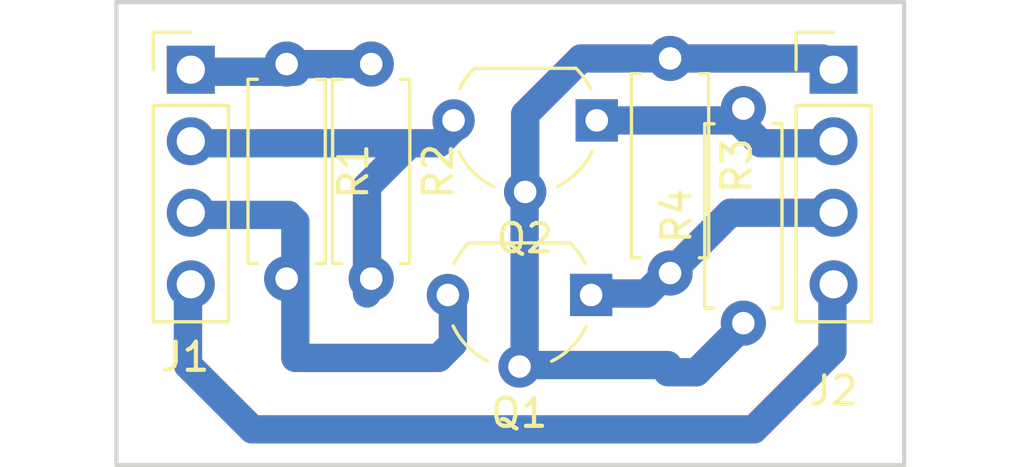
<source format=kicad_pcb>
(kicad_pcb (version 20221018) (generator pcbnew)
  (layers (0 "F.Cu" signal) (31 "B.Cu" signal) (34 "B.Paste" user) (35 "F.Paste" user) (36 "B.SilkS" user "B.Silkscreen") (37 "F.SilkS" user "F.Silkscreen") (38 "B.Mask" user) (39 "F.Mask" user) (44 "Edge.Cuts" user))
  (net 0 "")
  (net 1 "+5V")
  (net 2 "GND")
  (net 3 "+3V3")
  (net 4 "/SDA_5V")
  (net 5 "/SCL_5V")
  (net 6 "/SCL_3.3V")
  (net 7 "/SDA_3.3V")
  (footprint "Connector_PinHeader_2.54mm:PinHeader_1x04_P2.54mm_Vertical" (layer "F.Cu") (at 114.4 109.4)
    (fp_text reference "J1" (at -0.2 10.2) (layer "F.SilkS"))
    (fp_text value "Conn_01x04_Male")
    (fp_line (start -1.33 -1.33) (end 0 -1.33) (stroke (width 0.12)) (layer "F.SilkS"))
    (fp_line (start -1.33 0) (end -1.33 -1.33) (stroke (width 0.12)) (layer "F.SilkS"))
    (fp_line (start -1.33 1.27) (end -1.33 8.95) (stroke (width 0.12)) (layer "F.SilkS"))
    (fp_line (start -1.33 1.27) (end 1.33 1.27) (stroke (width 0.12)) (layer "F.SilkS"))
    (fp_line (start -1.33 8.95) (end 1.33 8.95) (stroke (width 0.12)) (layer "F.SilkS"))
    (fp_line (start 1.33 1.27) (end 1.33 8.95) (stroke (width 0.12)) (layer "F.SilkS"))
    (pad "1" thru_hole rect (at 0 0) (size 1.7 1.7) (drill 1) (layers "*.Cu" "*.Mask") (net 1 "+5V"))
    (pad "2" thru_hole oval (at 0 2.54) (size 1.7 1.7) (drill 1) (layers "*.Cu" "*.Mask") (net 4 "/SDA_5V"))
    (pad "3" thru_hole oval (at 0 5.08) (size 1.7 1.7) (drill 1) (layers "*.Cu" "*.Mask") (net 5 "/SCL_5V"))
    (pad "4" thru_hole oval (at 0 7.62) (size 1.7 1.7) (drill 1) (layers "*.Cu" "*.Mask") (net 2 "GND"))
  )
  (footprint "Connector_PinHeader_2.54mm:PinHeader_1x04_P2.54mm_Vertical" (layer "F.Cu") (at 137.2 109.4)
    (fp_text reference "J2" (at 0 11.4) (layer "F.SilkS"))
    (fp_text value "Conn_01x04_Male")
    (fp_line (start -1.33 -1.33) (end 0 -1.33) (stroke (width 0.12)) (layer "F.SilkS"))
    (fp_line (start -1.33 0) (end -1.33 -1.33) (stroke (width 0.12)) (layer "F.SilkS"))
    (fp_line (start -1.33 1.27) (end -1.33 8.95) (stroke (width 0.12)) (layer "F.SilkS"))
    (fp_line (start -1.33 1.27) (end 1.33 1.27) (stroke (width 0.12)) (layer "F.SilkS"))
    (fp_line (start -1.33 8.95) (end 1.33 8.95) (stroke (width 0.12)) (layer "F.SilkS"))
    (fp_line (start 1.33 1.27) (end 1.33 8.95) (stroke (width 0.12)) (layer "F.SilkS"))
    (pad "1" thru_hole rect (at 0 0) (size 1.7 1.7) (drill 1) (layers "*.Cu" "*.Mask") (net 3 "+3V3"))
    (pad "2" thru_hole oval (at 0 2.54) (size 1.7 1.7) (drill 1) (layers "*.Cu" "*.Mask") (net 7 "/SDA_3.3V"))
    (pad "3" thru_hole oval (at 0 5.08) (size 1.7 1.7) (drill 1) (layers "*.Cu" "*.Mask") (net 6 "/SCL_3.3V"))
    (pad "4" thru_hole oval (at 0 7.62) (size 1.7 1.7) (drill 1) (layers "*.Cu" "*.Mask") (net 2 "GND"))
  )
  (footprint "Resistor_THT:R_Axial_DIN0207_L6.3mm_D2.5mm_P7.62mm_Horizontal" (layer "F.Cu") (at 120.8 109.2 -90)
    (fp_text reference "R2" (at 3.81 -2.37 90) (layer "F.SilkS"))
    (fp_text value "2K2")
    (fp_line (start 0.54 -1.37) (end 7.08 -1.37) (stroke (width 0.12)) (layer "F.SilkS"))
    (fp_line (start 0.54 -1.04) (end 0.54 -1.37) (stroke (width 0.12)) (layer "F.SilkS"))
    (fp_line (start 0.54 1.04) (end 0.54 1.37) (stroke (width 0.12)) (layer "F.SilkS"))
    (fp_line (start 0.54 1.37) (end 7.08 1.37) (stroke (width 0.12)) (layer "F.SilkS"))
    (fp_line (start 7.08 -1.37) (end 7.08 -1.04) (stroke (width 0.12)) (layer "F.SilkS"))
    (fp_line (start 7.08 1.37) (end 7.08 1.04) (stroke (width 0.12)) (layer "F.SilkS"))
    (pad "1" thru_hole circle (at 0 0 270) (size 1.6 1.6) (drill 0.8) (layers "*.Cu" "*.Mask") (net 1 "+5V"))
    (pad "2" thru_hole oval (at 7.62 0 270) (size 1.6 1.6) (drill 0.8) (layers "*.Cu" "*.Mask") (net 4 "/SDA_5V"))
  )
  (footprint "Resistor_THT:R_Axial_DIN0207_L6.3mm_D2.5mm_P7.62mm_Horizontal" (layer "F.Cu") (at 131.4 109 -90)
    (fp_text reference "R3" (at 3.81 -2.37 90) (layer "F.SilkS"))
    (fp_text value "2K2")
    (fp_line (start 0.54 -1.37) (end 7.08 -1.37) (stroke (width 0.12)) (layer "F.SilkS"))
    (fp_line (start 0.54 -1.04) (end 0.54 -1.37) (stroke (width 0.12)) (layer "F.SilkS"))
    (fp_line (start 0.54 1.04) (end 0.54 1.37) (stroke (width 0.12)) (layer "F.SilkS"))
    (fp_line (start 0.54 1.37) (end 7.08 1.37) (stroke (width 0.12)) (layer "F.SilkS"))
    (fp_line (start 7.08 -1.37) (end 7.08 -1.04) (stroke (width 0.12)) (layer "F.SilkS"))
    (fp_line (start 7.08 1.37) (end 7.08 1.04) (stroke (width 0.12)) (layer "F.SilkS"))
    (pad "1" thru_hole circle (at 0 0 270) (size 1.6 1.6) (drill 0.8) (layers "*.Cu" "*.Mask") (net 3 "+3V3"))
    (pad "2" thru_hole oval (at 7.62 0 270) (size 1.6 1.6) (drill 0.8) (layers "*.Cu" "*.Mask") (net 6 "/SCL_3.3V"))
  )
  (footprint "Package_TO_SOT_THT:TO-92_Wide" (layer "F.Cu") (at 128.8 111.2 180)
    (fp_text reference "Q2" (at 2.55 -4.19) (layer "F.SilkS"))
    (fp_text value "2N7000")
    (fp_line (start 0.74 1.85) (end 4.34 1.85) (stroke (width 0.12)) (layer "F.SilkS"))
    (fp_arc (start 0.172801 -1.103842) (mid 0.678995 -1.832692) (end 1.4 -2.35) (stroke (width 0.12)) (layer "F.SilkS"))
    (fp_arc (start 0.74 1.85) (mid 0.446097 1.509328) (end 0.215816 1.122795) (stroke (width 0.12)) (layer "F.SilkS"))
    (fp_arc (start 3.65 -2.35) (mid 4.382279 -1.833196) (end 4.895458 -1.098371) (stroke (width 0.12)) (layer "F.SilkS"))
    (fp_arc (start 4.864184 1.122795) (mid 4.633903 1.509328) (end 4.34 1.85) (stroke (width 0.12)) (layer "F.SilkS"))
    (pad "1" thru_hole rect (at 0 0 180) (size 1.5 1.5) (drill 0.8) (layers "*.Cu" "*.Mask") (net 7 "/SDA_3.3V"))
    (pad "2" thru_hole circle (at 2.54 -2.54 180) (size 1.5 1.5) (drill 0.8) (layers "*.Cu" "*.Mask") (net 3 "+3V3"))
    (pad "3" thru_hole circle (at 5.08 0 180) (size 1.5 1.5) (drill 0.8) (layers "*.Cu" "*.Mask") (net 4 "/SDA_5V"))
  )
  (footprint "Package_TO_SOT_THT:TO-92_Wide" (layer "F.Cu") (at 128.6 117.4 180)
    (fp_text reference "Q1" (at 2.55 -4.19) (layer "F.SilkS"))
    (fp_text value "2N7000")
    (fp_line (start 0.74 1.85) (end 4.34 1.85) (stroke (width 0.12)) (layer "F.SilkS"))
    (fp_arc (start 0.172801 -1.103842) (mid 0.678995 -1.832692) (end 1.4 -2.35) (stroke (width 0.12)) (layer "F.SilkS"))
    (fp_arc (start 0.74 1.85) (mid 0.446097 1.509328) (end 0.215816 1.122795) (stroke (width 0.12)) (layer "F.SilkS"))
    (fp_arc (start 3.65 -2.35) (mid 4.382279 -1.833196) (end 4.895458 -1.098371) (stroke (width 0.12)) (layer "F.SilkS"))
    (fp_arc (start 4.864184 1.122795) (mid 4.633903 1.509328) (end 4.34 1.85) (stroke (width 0.12)) (layer "F.SilkS"))
    (pad "1" thru_hole rect (at 0 0 180) (size 1.5 1.5) (drill 0.8) (layers "*.Cu" "*.Mask") (net 6 "/SCL_3.3V"))
    (pad "2" thru_hole circle (at 2.54 -2.54 180) (size 1.5 1.5) (drill 0.8) (layers "*.Cu" "*.Mask") (net 3 "+3V3"))
    (pad "3" thru_hole circle (at 5.08 0 180) (size 1.5 1.5) (drill 0.8) (layers "*.Cu" "*.Mask") (net 5 "/SCL_5V"))
  )
  (footprint "Resistor_THT:R_Axial_DIN0207_L6.3mm_D2.5mm_P7.62mm_Horizontal" (layer "F.Cu") (at 117.8 109.2 -90)
    (fp_text reference "R1" (at 3.81 -2.37 90) (layer "F.SilkS"))
    (fp_text value "2K2")
    (fp_line (start 0.54 -1.37) (end 7.08 -1.37) (stroke (width 0.12)) (layer "F.SilkS"))
    (fp_line (start 0.54 -1.04) (end 0.54 -1.37) (stroke (width 0.12)) (layer "F.SilkS"))
    (fp_line (start 0.54 1.04) (end 0.54 1.37) (stroke (width 0.12)) (layer "F.SilkS"))
    (fp_line (start 0.54 1.37) (end 7.08 1.37) (stroke (width 0.12)) (layer "F.SilkS"))
    (fp_line (start 7.08 -1.37) (end 7.08 -1.04) (stroke (width 0.12)) (layer "F.SilkS"))
    (fp_line (start 7.08 1.37) (end 7.08 1.04) (stroke (width 0.12)) (layer "F.SilkS"))
    (pad "1" thru_hole circle (at 0 0 270) (size 1.6 1.6) (drill 0.8) (layers "*.Cu" "*.Mask") (net 1 "+5V"))
    (pad "2" thru_hole oval (at 7.62 0 270) (size 1.6 1.6) (drill 0.8) (layers "*.Cu" "*.Mask") (net 5 "/SCL_5V"))
  )
  (footprint "Resistor_THT:R_Axial_DIN0207_L6.3mm_D2.5mm_P7.62mm_Horizontal" (layer "F.Cu") (at 134 118.4 90)
    (fp_text reference "R4" (at 3.81 -2.37 90) (layer "F.SilkS"))
    (fp_text value "2K2")
    (fp_line (start 0.54 -1.37) (end 7.08 -1.37) (stroke (width 0.12)) (layer "F.SilkS"))
    (fp_line (start 0.54 -1.04) (end 0.54 -1.37) (stroke (width 0.12)) (layer "F.SilkS"))
    (fp_line (start 0.54 1.04) (end 0.54 1.37) (stroke (width 0.12)) (layer "F.SilkS"))
    (fp_line (start 0.54 1.37) (end 7.08 1.37) (stroke (width 0.12)) (layer "F.SilkS"))
    (fp_line (start 7.08 -1.37) (end 7.08 -1.04) (stroke (width 0.12)) (layer "F.SilkS"))
    (fp_line (start 7.08 1.37) (end 7.08 1.04) (stroke (width 0.12)) (layer "F.SilkS"))
    (pad "1" thru_hole circle (at 0 0 90) (size 1.6 1.6) (drill 0.8) (layers "*.Cu" "*.Mask") (net 3 "+3V3"))
    (pad "2" thru_hole oval (at 7.62 0 90) (size 1.6 1.6) (drill 0.8) (layers "*.Cu" "*.Mask") (net 7 "/SDA_3.3V"))
  )
  (gr_line (start 111.76 123.444) (end 111.76 107) (stroke (width 0.15)) (layer "Edge.Cuts"))
  (gr_line (start 139.7 107) (end 139.7 123.444) (stroke (width 0.15)) (layer "Edge.Cuts"))
  (gr_line (start 139.7 123.444) (end 111.76 123.444) (stroke (width 0.15)) (layer "Edge.Cuts"))
  (gr_line (start 111.76 107) (end 139.7 107) (stroke (width 0.15)) (layer "Edge.Cuts"))
  (segment (start 114.3 109.474) (end 118.11 109.474) (width 1) (layer "F.Cu") (net 1))
  (segment (start 117.8 109.2) (end 120.8 109.2) (width 1) (layer "F.Cu") (net 1))
  (segment (start 117.8 109.2) (end 120.8 109.2) (width 1) (layer "B.Cu") (net 1))
  (segment (start 114.3 109.474) (end 118.11 109.474) (width 1) (layer "B.Cu") (net 1))
  (segment (start 114.3 119.888) (end 116.586 122.174) (width 1) (layer "F.Cu") (net 2))
  (segment (start 137.16 117.094) (end 137.16 119.38) (width 1) (layer "F.Cu") (net 2))
  (segment (start 137.16 119.38) (end 134.366 122.174) (width 1) (layer "F.Cu") (net 2))
  (segment (start 114.3 119.888) (end 114.3 117.094) (width 1) (layer "F.Cu") (net 2))
  (segment (start 116.586 122.174) (end 134.366 122.174) (width 1) (layer "F.Cu") (net 2))
  (segment (start 114.3 119.888) (end 116.586 122.174) (width 1) (layer "B.Cu") (net 2))
  (segment (start 137.16 119.38) (end 134.366 122.174) (width 1) (layer "B.Cu") (net 2))
  (segment (start 114.3 119.888) (end 114.3 117.094) (width 1) (layer "B.Cu") (net 2))
  (segment (start 137.16 117.094) (end 137.16 119.38) (width 1) (layer "B.Cu") (net 2))
  (segment (start 116.586 122.174) (end 134.366 122.174) (width 1) (layer "B.Cu") (net 2))
  (segment (start 131.318 120.142) (end 132.334 120.142) (width 1) (layer "F.Cu") (net 3))
  (segment (start 126.238 114.046) (end 126.238 119.888) (width 1) (layer "F.Cu") (net 3))
  (segment (start 132.334 120.142) (end 133.858 118.618) (width 1) (layer "F.Cu") (net 3))
  (segment (start 126.238 119.888) (end 131.318 119.888) (width 1) (layer "F.Cu") (net 3))
  (segment (start 136.8 109) (end 131.4 109) (width 1) (layer "F.Cu") (net 3))
  (segment (start 128.239998 109) (end 130.26863 109) (width 1) (layer "F.Cu") (net 3))
  (segment (start 126.26 113.74) (end 126.26 110.979998) (width 1) (layer "F.Cu") (net 3))
  (segment (start 126.26 110.979998) (end 128.239998 109) (width 1) (layer "F.Cu") (net 3))
  (segment (start 132.334 120.142) (end 133.858 118.618) (width 1) (layer "B.Cu") (net 3))
  (segment (start 130.26863 109) (end 131.4 109) (width 1) (layer "B.Cu") (net 3))
  (segment (start 136.8 109) (end 131.4 109) (width 1) (layer "B.Cu") (net 3))
  (segment (start 126.26 110.979998) (end 128.239998 109) (width 1) (layer "B.Cu") (net 3))
  (segment (start 128.239998 109) (end 130.26863 109) (width 1) (layer "B.Cu") (net 3))
  (segment (start 126.26 113.74) (end 126.26 110.979998) (width 1) (layer "B.Cu") (net 3))
  (segment (start 126.238 119.888) (end 131.318 119.888) (width 1) (layer "B.Cu") (net 3))
  (segment (start 131.318 120.142) (end 132.334 120.142) (width 1) (layer "B.Cu") (net 3))
  (segment (start 126.238 114.046) (end 126.238 119.888) (width 1) (layer "B.Cu") (net 3))
  (segment (start 137.2 109.4) (end 136.8 109) (width 1) (layer "B.Cu") (net 3))
  (segment (start 120.65 113.538) (end 122.174 112.014) (width 1) (layer "F.Cu") (net 4))
  (segment (start 120.65 117.348) (end 120.65 113.538) (width 1) (layer "F.Cu") (net 4))
  (segment (start 123.19 112.014) (end 123.698 111.506) (width 1) (layer "F.Cu") (net 4))
  (segment (start 114.3 112.014) (end 122.174 112.014) (width 1) (layer "F.Cu") (net 4))
  (segment (start 122.174 112.014) (end 123.19 112.014) (width 1) (layer "F.Cu") (net 4))
  (segment (start 123.19 112.014) (end 123.698 111.506) (width 1) (layer "B.Cu") (net 4))
  (segment (start 120.65 113.538) (end 122.174 112.014) (width 1) (layer "B.Cu") (net 4))
  (segment (start 122.174 112.014) (end 123.19 112.014) (width 1) (layer "B.Cu") (net 4))
  (segment (start 114.3 112.014) (end 122.174 112.014) (width 1) (layer "B.Cu") (net 4))
  (segment (start 120.65 117.348) (end 120.65 113.538) (width 1) (layer "B.Cu") (net 4))
  (segment (start 118.11 114.808) (end 118.11 119.634) (width 1) (layer "F.Cu") (net 5))
  (segment (start 114.3 114.554) (end 117.856 114.554) (width 1) (layer "F.Cu") (net 5))
  (segment (start 117.856 114.554) (end 118.11 114.808) (width 1) (layer "F.Cu") (net 5))
  (segment (start 118.11 119.634) (end 123.19 119.634) (width 1) (layer "F.Cu") (net 5))
  (segment (start 123.698 119.126) (end 123.698 117.348) (width 1) (layer "F.Cu") (net 5))
  (segment (start 123.19 119.634) (end 123.698 119.126) (width 1) (layer "F.Cu") (net 5))
  (segment (start 117.856 114.554) (end 118.11 114.808) (width 1) (layer "B.Cu") (net 5))
  (segment (start 118.11 114.808) (end 118.11 119.634) (width 1) (layer "B.Cu") (net 5))
  (segment (start 123.19 119.634) (end 123.698 119.126) (width 1) (layer "B.Cu") (net 5))
  (segment (start 123.698 119.126) (end 123.698 117.348) (width 1) (layer "B.Cu") (net 5))
  (segment (start 114.3 114.554) (end 117.856 114.554) (width 1) (layer "B.Cu") (net 5))
  (segment (start 118.11 119.634) (end 123.19 119.634) (width 1) (layer "B.Cu") (net 5))
  (segment (start 130.556 117.348) (end 131.318 116.586) (width 1) (layer "F.Cu") (net 6))
  (segment (start 128.778 117.348) (end 130.556 117.348) (width 1) (layer "F.Cu") (net 6))
  (segment (start 137.2 114.48) (end 133.54 114.48) (width 1) (layer "F.Cu") (net 6))
  (segment (start 133.54 114.48) (end 131.4 116.62) (width 1) (layer "F.Cu") (net 6))
  (segment (start 130.556 117.348) (end 131.318 116.586) (width 1) (layer "B.Cu") (net 6))
  (segment (start 128.778 117.348) (end 130.556 117.348) (width 1) (layer "B.Cu") (net 6))
  (segment (start 133.54 114.48) (end 131.4 116.62) (width 1) (layer "B.Cu") (net 6))
  (segment (start 137.2 114.48) (end 133.54 114.48) (width 1) (layer "B.Cu") (net 6))
  (segment (start 137.414 112.014) (end 134.62 112.014) (width 1) (layer "F.Cu") (net 7))
  (segment (start 134.62 112.014) (end 133.858 111.252) (width 1) (layer "F.Cu") (net 7))
  (segment (start 128.82 111.2) (end 133.6 111.2) (width 1) (layer "F.Cu") (net 7))
  (segment (start 134.62 112.014) (end 133.858 111.252) (width 1) (layer "B.Cu") (net 7))
  (segment (start 133.58 111.2) (end 134 110.78) (width 1) (layer "B.Cu") (net 7))
  (segment (start 128.8 111.2) (end 133.58 111.2) (width 1) (layer "B.Cu") (net 7))
  (segment (start 137.414 112.014) (end 134.62 112.014) (width 1) (layer "B.Cu") (net 7))
)
</source>
